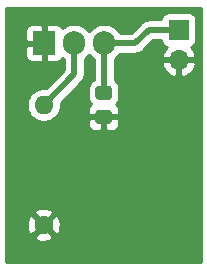
<source format=gbr>
G04 #@! TF.GenerationSoftware,KiCad,Pcbnew,(5.1.5)-3*
G04 #@! TF.CreationDate,2020-02-22T22:04:32-08:00*
G04 #@! TF.ProjectId,BWTHrev2,42575448-7265-4763-922e-6b696361645f,rev?*
G04 #@! TF.SameCoordinates,Original*
G04 #@! TF.FileFunction,Copper,L1,Top*
G04 #@! TF.FilePolarity,Positive*
%FSLAX46Y46*%
G04 Gerber Fmt 4.6, Leading zero omitted, Abs format (unit mm)*
G04 Created by KiCad (PCBNEW (5.1.5)-3) date 2020-02-22 22:04:32*
%MOMM*%
%LPD*%
G04 APERTURE LIST*
%ADD10C,0.100000*%
%ADD11R,1.700000X1.700000*%
%ADD12O,1.700000X1.700000*%
%ADD13C,1.600000*%
%ADD14O,1.600000X1.600000*%
%ADD15R,1.905000X2.000000*%
%ADD16O,1.905000X2.000000*%
%ADD17C,0.500000*%
%ADD18C,0.254000*%
G04 APERTURE END LIST*
G04 #@! TA.AperFunction,SMDPad,CuDef*
D10*
G36*
X156684505Y-110161204D02*
G01*
X156708773Y-110164804D01*
X156732572Y-110170765D01*
X156755671Y-110179030D01*
X156777850Y-110189520D01*
X156798893Y-110202132D01*
X156818599Y-110216747D01*
X156836777Y-110233223D01*
X156853253Y-110251401D01*
X156867868Y-110271107D01*
X156880480Y-110292150D01*
X156890970Y-110314329D01*
X156899235Y-110337428D01*
X156905196Y-110361227D01*
X156908796Y-110385495D01*
X156910000Y-110409999D01*
X156910000Y-111060001D01*
X156908796Y-111084505D01*
X156905196Y-111108773D01*
X156899235Y-111132572D01*
X156890970Y-111155671D01*
X156880480Y-111177850D01*
X156867868Y-111198893D01*
X156853253Y-111218599D01*
X156836777Y-111236777D01*
X156818599Y-111253253D01*
X156798893Y-111267868D01*
X156777850Y-111280480D01*
X156755671Y-111290970D01*
X156732572Y-111299235D01*
X156708773Y-111305196D01*
X156684505Y-111308796D01*
X156660001Y-111310000D01*
X155759999Y-111310000D01*
X155735495Y-111308796D01*
X155711227Y-111305196D01*
X155687428Y-111299235D01*
X155664329Y-111290970D01*
X155642150Y-111280480D01*
X155621107Y-111267868D01*
X155601401Y-111253253D01*
X155583223Y-111236777D01*
X155566747Y-111218599D01*
X155552132Y-111198893D01*
X155539520Y-111177850D01*
X155529030Y-111155671D01*
X155520765Y-111132572D01*
X155514804Y-111108773D01*
X155511204Y-111084505D01*
X155510000Y-111060001D01*
X155510000Y-110409999D01*
X155511204Y-110385495D01*
X155514804Y-110361227D01*
X155520765Y-110337428D01*
X155529030Y-110314329D01*
X155539520Y-110292150D01*
X155552132Y-110271107D01*
X155566747Y-110251401D01*
X155583223Y-110233223D01*
X155601401Y-110216747D01*
X155621107Y-110202132D01*
X155642150Y-110189520D01*
X155664329Y-110179030D01*
X155687428Y-110170765D01*
X155711227Y-110164804D01*
X155735495Y-110161204D01*
X155759999Y-110160000D01*
X156660001Y-110160000D01*
X156684505Y-110161204D01*
G37*
G04 #@! TD.AperFunction*
G04 #@! TA.AperFunction,SMDPad,CuDef*
G36*
X156684505Y-112211204D02*
G01*
X156708773Y-112214804D01*
X156732572Y-112220765D01*
X156755671Y-112229030D01*
X156777850Y-112239520D01*
X156798893Y-112252132D01*
X156818599Y-112266747D01*
X156836777Y-112283223D01*
X156853253Y-112301401D01*
X156867868Y-112321107D01*
X156880480Y-112342150D01*
X156890970Y-112364329D01*
X156899235Y-112387428D01*
X156905196Y-112411227D01*
X156908796Y-112435495D01*
X156910000Y-112459999D01*
X156910000Y-113110001D01*
X156908796Y-113134505D01*
X156905196Y-113158773D01*
X156899235Y-113182572D01*
X156890970Y-113205671D01*
X156880480Y-113227850D01*
X156867868Y-113248893D01*
X156853253Y-113268599D01*
X156836777Y-113286777D01*
X156818599Y-113303253D01*
X156798893Y-113317868D01*
X156777850Y-113330480D01*
X156755671Y-113340970D01*
X156732572Y-113349235D01*
X156708773Y-113355196D01*
X156684505Y-113358796D01*
X156660001Y-113360000D01*
X155759999Y-113360000D01*
X155735495Y-113358796D01*
X155711227Y-113355196D01*
X155687428Y-113349235D01*
X155664329Y-113340970D01*
X155642150Y-113330480D01*
X155621107Y-113317868D01*
X155601401Y-113303253D01*
X155583223Y-113286777D01*
X155566747Y-113268599D01*
X155552132Y-113248893D01*
X155539520Y-113227850D01*
X155529030Y-113205671D01*
X155520765Y-113182572D01*
X155514804Y-113158773D01*
X155511204Y-113134505D01*
X155510000Y-113110001D01*
X155510000Y-112459999D01*
X155511204Y-112435495D01*
X155514804Y-112411227D01*
X155520765Y-112387428D01*
X155529030Y-112364329D01*
X155539520Y-112342150D01*
X155552132Y-112321107D01*
X155566747Y-112301401D01*
X155583223Y-112283223D01*
X155601401Y-112266747D01*
X155621107Y-112252132D01*
X155642150Y-112239520D01*
X155664329Y-112229030D01*
X155687428Y-112220765D01*
X155711227Y-112214804D01*
X155735495Y-112211204D01*
X155759999Y-112210000D01*
X156660001Y-112210000D01*
X156684505Y-112211204D01*
G37*
G04 #@! TD.AperFunction*
D11*
X162560000Y-105410000D03*
D12*
X162560000Y-107950000D03*
D13*
X151130000Y-121920000D03*
D14*
X151130000Y-111760000D03*
D15*
X151165001Y-106535001D03*
D16*
X153705001Y-106535001D03*
X156245001Y-106535001D03*
D17*
X156245001Y-106535001D02*
X158894999Y-106535001D01*
X160020000Y-105410000D02*
X162560000Y-105410000D01*
X158894999Y-106535001D02*
X160020000Y-105410000D01*
X156245001Y-106535001D02*
X156245001Y-110699999D01*
X156245001Y-110699999D02*
X156210000Y-110735000D01*
X153705001Y-106535001D02*
X153705001Y-109184999D01*
X153705001Y-109184999D02*
X151130000Y-111760000D01*
D18*
G36*
X164440001Y-125070000D02*
G01*
X147980000Y-125070000D01*
X147980000Y-122912702D01*
X150316903Y-122912702D01*
X150388486Y-123156671D01*
X150643996Y-123277571D01*
X150918184Y-123346300D01*
X151200512Y-123360217D01*
X151480130Y-123318787D01*
X151746292Y-123223603D01*
X151871514Y-123156671D01*
X151943097Y-122912702D01*
X151130000Y-122099605D01*
X150316903Y-122912702D01*
X147980000Y-122912702D01*
X147980000Y-121990512D01*
X149689783Y-121990512D01*
X149731213Y-122270130D01*
X149826397Y-122536292D01*
X149893329Y-122661514D01*
X150137298Y-122733097D01*
X150950395Y-121920000D01*
X151309605Y-121920000D01*
X152122702Y-122733097D01*
X152366671Y-122661514D01*
X152487571Y-122406004D01*
X152556300Y-122131816D01*
X152570217Y-121849488D01*
X152528787Y-121569870D01*
X152433603Y-121303708D01*
X152366671Y-121178486D01*
X152122702Y-121106903D01*
X151309605Y-121920000D01*
X150950395Y-121920000D01*
X150137298Y-121106903D01*
X149893329Y-121178486D01*
X149772429Y-121433996D01*
X149703700Y-121708184D01*
X149689783Y-121990512D01*
X147980000Y-121990512D01*
X147980000Y-120927298D01*
X150316903Y-120927298D01*
X151130000Y-121740395D01*
X151943097Y-120927298D01*
X151871514Y-120683329D01*
X151616004Y-120562429D01*
X151341816Y-120493700D01*
X151059488Y-120479783D01*
X150779870Y-120521213D01*
X150513708Y-120616397D01*
X150388486Y-120683329D01*
X150316903Y-120927298D01*
X147980000Y-120927298D01*
X147980000Y-113360000D01*
X154871928Y-113360000D01*
X154884188Y-113484482D01*
X154920498Y-113604180D01*
X154979463Y-113714494D01*
X155058815Y-113811185D01*
X155155506Y-113890537D01*
X155265820Y-113949502D01*
X155385518Y-113985812D01*
X155510000Y-113998072D01*
X155924250Y-113995000D01*
X156083000Y-113836250D01*
X156083000Y-112912000D01*
X156337000Y-112912000D01*
X156337000Y-113836250D01*
X156495750Y-113995000D01*
X156910000Y-113998072D01*
X157034482Y-113985812D01*
X157154180Y-113949502D01*
X157264494Y-113890537D01*
X157361185Y-113811185D01*
X157440537Y-113714494D01*
X157499502Y-113604180D01*
X157535812Y-113484482D01*
X157548072Y-113360000D01*
X157545000Y-113070750D01*
X157386250Y-112912000D01*
X156337000Y-112912000D01*
X156083000Y-112912000D01*
X155033750Y-112912000D01*
X154875000Y-113070750D01*
X154871928Y-113360000D01*
X147980000Y-113360000D01*
X147980000Y-111618665D01*
X149695000Y-111618665D01*
X149695000Y-111901335D01*
X149750147Y-112178574D01*
X149858320Y-112439727D01*
X150015363Y-112674759D01*
X150215241Y-112874637D01*
X150450273Y-113031680D01*
X150711426Y-113139853D01*
X150988665Y-113195000D01*
X151271335Y-113195000D01*
X151548574Y-113139853D01*
X151809727Y-113031680D01*
X152044759Y-112874637D01*
X152244637Y-112674759D01*
X152401680Y-112439727D01*
X152509853Y-112178574D01*
X152565000Y-111901335D01*
X152565000Y-111618665D01*
X152558017Y-111583561D01*
X154300050Y-109841529D01*
X154333818Y-109813816D01*
X154444412Y-109679058D01*
X154526590Y-109525312D01*
X154577196Y-109358489D01*
X154590001Y-109228476D01*
X154590001Y-109228466D01*
X154594282Y-109185000D01*
X154590001Y-109141534D01*
X154590001Y-107909506D01*
X154591236Y-107908846D01*
X154832964Y-107710464D01*
X154975001Y-107537392D01*
X155117038Y-107710464D01*
X155358767Y-107908846D01*
X155360001Y-107909506D01*
X155360002Y-109621677D01*
X155266613Y-109671595D01*
X155132038Y-109782038D01*
X155021595Y-109916613D01*
X154939528Y-110070149D01*
X154888992Y-110236745D01*
X154871928Y-110409999D01*
X154871928Y-111060001D01*
X154888992Y-111233255D01*
X154939528Y-111399851D01*
X155021595Y-111553387D01*
X155132038Y-111687962D01*
X155138594Y-111693342D01*
X155058815Y-111758815D01*
X154979463Y-111855506D01*
X154920498Y-111965820D01*
X154884188Y-112085518D01*
X154871928Y-112210000D01*
X154875000Y-112499250D01*
X155033750Y-112658000D01*
X156083000Y-112658000D01*
X156083000Y-112638000D01*
X156337000Y-112638000D01*
X156337000Y-112658000D01*
X157386250Y-112658000D01*
X157545000Y-112499250D01*
X157548072Y-112210000D01*
X157535812Y-112085518D01*
X157499502Y-111965820D01*
X157440537Y-111855506D01*
X157361185Y-111758815D01*
X157281406Y-111693342D01*
X157287962Y-111687962D01*
X157398405Y-111553387D01*
X157480472Y-111399851D01*
X157531008Y-111233255D01*
X157548072Y-111060001D01*
X157548072Y-110409999D01*
X157531008Y-110236745D01*
X157480472Y-110070149D01*
X157398405Y-109916613D01*
X157287962Y-109782038D01*
X157153387Y-109671595D01*
X157130001Y-109659095D01*
X157130001Y-108306890D01*
X161118524Y-108306890D01*
X161163175Y-108454099D01*
X161288359Y-108716920D01*
X161462412Y-108950269D01*
X161678645Y-109145178D01*
X161928748Y-109294157D01*
X162203109Y-109391481D01*
X162433000Y-109270814D01*
X162433000Y-108077000D01*
X162687000Y-108077000D01*
X162687000Y-109270814D01*
X162916891Y-109391481D01*
X163191252Y-109294157D01*
X163441355Y-109145178D01*
X163657588Y-108950269D01*
X163831641Y-108716920D01*
X163956825Y-108454099D01*
X164001476Y-108306890D01*
X163880155Y-108077000D01*
X162687000Y-108077000D01*
X162433000Y-108077000D01*
X161239845Y-108077000D01*
X161118524Y-108306890D01*
X157130001Y-108306890D01*
X157130001Y-107909506D01*
X157131236Y-107908846D01*
X157372964Y-107710464D01*
X157571346Y-107468735D01*
X157597395Y-107420001D01*
X158851530Y-107420001D01*
X158894999Y-107424282D01*
X158938468Y-107420001D01*
X158938476Y-107420001D01*
X159068489Y-107407196D01*
X159235312Y-107356590D01*
X159389058Y-107274412D01*
X159523816Y-107163818D01*
X159551533Y-107130045D01*
X160386579Y-106295000D01*
X161075375Y-106295000D01*
X161084188Y-106384482D01*
X161120498Y-106504180D01*
X161179463Y-106614494D01*
X161258815Y-106711185D01*
X161355506Y-106790537D01*
X161465820Y-106849502D01*
X161546466Y-106873966D01*
X161462412Y-106949731D01*
X161288359Y-107183080D01*
X161163175Y-107445901D01*
X161118524Y-107593110D01*
X161239845Y-107823000D01*
X162433000Y-107823000D01*
X162433000Y-107803000D01*
X162687000Y-107803000D01*
X162687000Y-107823000D01*
X163880155Y-107823000D01*
X164001476Y-107593110D01*
X163956825Y-107445901D01*
X163831641Y-107183080D01*
X163657588Y-106949731D01*
X163573534Y-106873966D01*
X163654180Y-106849502D01*
X163764494Y-106790537D01*
X163861185Y-106711185D01*
X163940537Y-106614494D01*
X163999502Y-106504180D01*
X164035812Y-106384482D01*
X164048072Y-106260000D01*
X164048072Y-104560000D01*
X164035812Y-104435518D01*
X163999502Y-104315820D01*
X163940537Y-104205506D01*
X163861185Y-104108815D01*
X163764494Y-104029463D01*
X163654180Y-103970498D01*
X163534482Y-103934188D01*
X163410000Y-103921928D01*
X161710000Y-103921928D01*
X161585518Y-103934188D01*
X161465820Y-103970498D01*
X161355506Y-104029463D01*
X161258815Y-104108815D01*
X161179463Y-104205506D01*
X161120498Y-104315820D01*
X161084188Y-104435518D01*
X161075375Y-104525000D01*
X160063469Y-104525000D01*
X160020000Y-104520719D01*
X159976531Y-104525000D01*
X159976523Y-104525000D01*
X159846510Y-104537805D01*
X159679686Y-104588411D01*
X159525941Y-104670589D01*
X159424953Y-104753468D01*
X159424951Y-104753470D01*
X159391183Y-104781183D01*
X159363470Y-104814951D01*
X158528421Y-105650001D01*
X157597395Y-105650001D01*
X157571346Y-105601266D01*
X157372964Y-105359538D01*
X157131235Y-105161156D01*
X156855449Y-105013746D01*
X156556204Y-104922971D01*
X156245001Y-104892320D01*
X155933797Y-104922971D01*
X155634552Y-105013746D01*
X155358766Y-105161156D01*
X155117038Y-105359538D01*
X154975001Y-105532610D01*
X154832964Y-105359538D01*
X154591235Y-105161156D01*
X154315449Y-105013746D01*
X154016204Y-104922971D01*
X153705001Y-104892320D01*
X153393797Y-104922971D01*
X153094552Y-105013746D01*
X152818766Y-105161156D01*
X152692906Y-105264447D01*
X152648038Y-105180507D01*
X152568686Y-105083816D01*
X152471995Y-105004464D01*
X152361681Y-104945499D01*
X152241983Y-104909189D01*
X152117501Y-104896929D01*
X151450751Y-104900001D01*
X151292001Y-105058751D01*
X151292001Y-106408001D01*
X151312001Y-106408001D01*
X151312001Y-106662001D01*
X151292001Y-106662001D01*
X151292001Y-108011251D01*
X151450751Y-108170001D01*
X152117501Y-108173073D01*
X152241983Y-108160813D01*
X152361681Y-108124503D01*
X152471995Y-108065538D01*
X152568686Y-107986186D01*
X152648038Y-107889495D01*
X152692906Y-107805554D01*
X152818767Y-107908846D01*
X152820002Y-107909506D01*
X152820002Y-108818419D01*
X151306439Y-110331983D01*
X151271335Y-110325000D01*
X150988665Y-110325000D01*
X150711426Y-110380147D01*
X150450273Y-110488320D01*
X150215241Y-110645363D01*
X150015363Y-110845241D01*
X149858320Y-111080273D01*
X149750147Y-111341426D01*
X149695000Y-111618665D01*
X147980000Y-111618665D01*
X147980000Y-107535001D01*
X149574429Y-107535001D01*
X149586689Y-107659483D01*
X149622999Y-107779181D01*
X149681964Y-107889495D01*
X149761316Y-107986186D01*
X149858007Y-108065538D01*
X149968321Y-108124503D01*
X150088019Y-108160813D01*
X150212501Y-108173073D01*
X150879251Y-108170001D01*
X151038001Y-108011251D01*
X151038001Y-106662001D01*
X149736251Y-106662001D01*
X149577501Y-106820751D01*
X149574429Y-107535001D01*
X147980000Y-107535001D01*
X147980000Y-105535001D01*
X149574429Y-105535001D01*
X149577501Y-106249251D01*
X149736251Y-106408001D01*
X151038001Y-106408001D01*
X151038001Y-105058751D01*
X150879251Y-104900001D01*
X150212501Y-104896929D01*
X150088019Y-104909189D01*
X149968321Y-104945499D01*
X149858007Y-105004464D01*
X149761316Y-105083816D01*
X149681964Y-105180507D01*
X149622999Y-105290821D01*
X149586689Y-105410519D01*
X149574429Y-105535001D01*
X147980000Y-105535001D01*
X147980000Y-103530000D01*
X164440000Y-103530000D01*
X164440001Y-125070000D01*
G37*
X164440001Y-125070000D02*
X147980000Y-125070000D01*
X147980000Y-122912702D01*
X150316903Y-122912702D01*
X150388486Y-123156671D01*
X150643996Y-123277571D01*
X150918184Y-123346300D01*
X151200512Y-123360217D01*
X151480130Y-123318787D01*
X151746292Y-123223603D01*
X151871514Y-123156671D01*
X151943097Y-122912702D01*
X151130000Y-122099605D01*
X150316903Y-122912702D01*
X147980000Y-122912702D01*
X147980000Y-121990512D01*
X149689783Y-121990512D01*
X149731213Y-122270130D01*
X149826397Y-122536292D01*
X149893329Y-122661514D01*
X150137298Y-122733097D01*
X150950395Y-121920000D01*
X151309605Y-121920000D01*
X152122702Y-122733097D01*
X152366671Y-122661514D01*
X152487571Y-122406004D01*
X152556300Y-122131816D01*
X152570217Y-121849488D01*
X152528787Y-121569870D01*
X152433603Y-121303708D01*
X152366671Y-121178486D01*
X152122702Y-121106903D01*
X151309605Y-121920000D01*
X150950395Y-121920000D01*
X150137298Y-121106903D01*
X149893329Y-121178486D01*
X149772429Y-121433996D01*
X149703700Y-121708184D01*
X149689783Y-121990512D01*
X147980000Y-121990512D01*
X147980000Y-120927298D01*
X150316903Y-120927298D01*
X151130000Y-121740395D01*
X151943097Y-120927298D01*
X151871514Y-120683329D01*
X151616004Y-120562429D01*
X151341816Y-120493700D01*
X151059488Y-120479783D01*
X150779870Y-120521213D01*
X150513708Y-120616397D01*
X150388486Y-120683329D01*
X150316903Y-120927298D01*
X147980000Y-120927298D01*
X147980000Y-113360000D01*
X154871928Y-113360000D01*
X154884188Y-113484482D01*
X154920498Y-113604180D01*
X154979463Y-113714494D01*
X155058815Y-113811185D01*
X155155506Y-113890537D01*
X155265820Y-113949502D01*
X155385518Y-113985812D01*
X155510000Y-113998072D01*
X155924250Y-113995000D01*
X156083000Y-113836250D01*
X156083000Y-112912000D01*
X156337000Y-112912000D01*
X156337000Y-113836250D01*
X156495750Y-113995000D01*
X156910000Y-113998072D01*
X157034482Y-113985812D01*
X157154180Y-113949502D01*
X157264494Y-113890537D01*
X157361185Y-113811185D01*
X157440537Y-113714494D01*
X157499502Y-113604180D01*
X157535812Y-113484482D01*
X157548072Y-113360000D01*
X157545000Y-113070750D01*
X157386250Y-112912000D01*
X156337000Y-112912000D01*
X156083000Y-112912000D01*
X155033750Y-112912000D01*
X154875000Y-113070750D01*
X154871928Y-113360000D01*
X147980000Y-113360000D01*
X147980000Y-111618665D01*
X149695000Y-111618665D01*
X149695000Y-111901335D01*
X149750147Y-112178574D01*
X149858320Y-112439727D01*
X150015363Y-112674759D01*
X150215241Y-112874637D01*
X150450273Y-113031680D01*
X150711426Y-113139853D01*
X150988665Y-113195000D01*
X151271335Y-113195000D01*
X151548574Y-113139853D01*
X151809727Y-113031680D01*
X152044759Y-112874637D01*
X152244637Y-112674759D01*
X152401680Y-112439727D01*
X152509853Y-112178574D01*
X152565000Y-111901335D01*
X152565000Y-111618665D01*
X152558017Y-111583561D01*
X154300050Y-109841529D01*
X154333818Y-109813816D01*
X154444412Y-109679058D01*
X154526590Y-109525312D01*
X154577196Y-109358489D01*
X154590001Y-109228476D01*
X154590001Y-109228466D01*
X154594282Y-109185000D01*
X154590001Y-109141534D01*
X154590001Y-107909506D01*
X154591236Y-107908846D01*
X154832964Y-107710464D01*
X154975001Y-107537392D01*
X155117038Y-107710464D01*
X155358767Y-107908846D01*
X155360001Y-107909506D01*
X155360002Y-109621677D01*
X155266613Y-109671595D01*
X155132038Y-109782038D01*
X155021595Y-109916613D01*
X154939528Y-110070149D01*
X154888992Y-110236745D01*
X154871928Y-110409999D01*
X154871928Y-111060001D01*
X154888992Y-111233255D01*
X154939528Y-111399851D01*
X155021595Y-111553387D01*
X155132038Y-111687962D01*
X155138594Y-111693342D01*
X155058815Y-111758815D01*
X154979463Y-111855506D01*
X154920498Y-111965820D01*
X154884188Y-112085518D01*
X154871928Y-112210000D01*
X154875000Y-112499250D01*
X155033750Y-112658000D01*
X156083000Y-112658000D01*
X156083000Y-112638000D01*
X156337000Y-112638000D01*
X156337000Y-112658000D01*
X157386250Y-112658000D01*
X157545000Y-112499250D01*
X157548072Y-112210000D01*
X157535812Y-112085518D01*
X157499502Y-111965820D01*
X157440537Y-111855506D01*
X157361185Y-111758815D01*
X157281406Y-111693342D01*
X157287962Y-111687962D01*
X157398405Y-111553387D01*
X157480472Y-111399851D01*
X157531008Y-111233255D01*
X157548072Y-111060001D01*
X157548072Y-110409999D01*
X157531008Y-110236745D01*
X157480472Y-110070149D01*
X157398405Y-109916613D01*
X157287962Y-109782038D01*
X157153387Y-109671595D01*
X157130001Y-109659095D01*
X157130001Y-108306890D01*
X161118524Y-108306890D01*
X161163175Y-108454099D01*
X161288359Y-108716920D01*
X161462412Y-108950269D01*
X161678645Y-109145178D01*
X161928748Y-109294157D01*
X162203109Y-109391481D01*
X162433000Y-109270814D01*
X162433000Y-108077000D01*
X162687000Y-108077000D01*
X162687000Y-109270814D01*
X162916891Y-109391481D01*
X163191252Y-109294157D01*
X163441355Y-109145178D01*
X163657588Y-108950269D01*
X163831641Y-108716920D01*
X163956825Y-108454099D01*
X164001476Y-108306890D01*
X163880155Y-108077000D01*
X162687000Y-108077000D01*
X162433000Y-108077000D01*
X161239845Y-108077000D01*
X161118524Y-108306890D01*
X157130001Y-108306890D01*
X157130001Y-107909506D01*
X157131236Y-107908846D01*
X157372964Y-107710464D01*
X157571346Y-107468735D01*
X157597395Y-107420001D01*
X158851530Y-107420001D01*
X158894999Y-107424282D01*
X158938468Y-107420001D01*
X158938476Y-107420001D01*
X159068489Y-107407196D01*
X159235312Y-107356590D01*
X159389058Y-107274412D01*
X159523816Y-107163818D01*
X159551533Y-107130045D01*
X160386579Y-106295000D01*
X161075375Y-106295000D01*
X161084188Y-106384482D01*
X161120498Y-106504180D01*
X161179463Y-106614494D01*
X161258815Y-106711185D01*
X161355506Y-106790537D01*
X161465820Y-106849502D01*
X161546466Y-106873966D01*
X161462412Y-106949731D01*
X161288359Y-107183080D01*
X161163175Y-107445901D01*
X161118524Y-107593110D01*
X161239845Y-107823000D01*
X162433000Y-107823000D01*
X162433000Y-107803000D01*
X162687000Y-107803000D01*
X162687000Y-107823000D01*
X163880155Y-107823000D01*
X164001476Y-107593110D01*
X163956825Y-107445901D01*
X163831641Y-107183080D01*
X163657588Y-106949731D01*
X163573534Y-106873966D01*
X163654180Y-106849502D01*
X163764494Y-106790537D01*
X163861185Y-106711185D01*
X163940537Y-106614494D01*
X163999502Y-106504180D01*
X164035812Y-106384482D01*
X164048072Y-106260000D01*
X164048072Y-104560000D01*
X164035812Y-104435518D01*
X163999502Y-104315820D01*
X163940537Y-104205506D01*
X163861185Y-104108815D01*
X163764494Y-104029463D01*
X163654180Y-103970498D01*
X163534482Y-103934188D01*
X163410000Y-103921928D01*
X161710000Y-103921928D01*
X161585518Y-103934188D01*
X161465820Y-103970498D01*
X161355506Y-104029463D01*
X161258815Y-104108815D01*
X161179463Y-104205506D01*
X161120498Y-104315820D01*
X161084188Y-104435518D01*
X161075375Y-104525000D01*
X160063469Y-104525000D01*
X160020000Y-104520719D01*
X159976531Y-104525000D01*
X159976523Y-104525000D01*
X159846510Y-104537805D01*
X159679686Y-104588411D01*
X159525941Y-104670589D01*
X159424953Y-104753468D01*
X159424951Y-104753470D01*
X159391183Y-104781183D01*
X159363470Y-104814951D01*
X158528421Y-105650001D01*
X157597395Y-105650001D01*
X157571346Y-105601266D01*
X157372964Y-105359538D01*
X157131235Y-105161156D01*
X156855449Y-105013746D01*
X156556204Y-104922971D01*
X156245001Y-104892320D01*
X155933797Y-104922971D01*
X155634552Y-105013746D01*
X155358766Y-105161156D01*
X155117038Y-105359538D01*
X154975001Y-105532610D01*
X154832964Y-105359538D01*
X154591235Y-105161156D01*
X154315449Y-105013746D01*
X154016204Y-104922971D01*
X153705001Y-104892320D01*
X153393797Y-104922971D01*
X153094552Y-105013746D01*
X152818766Y-105161156D01*
X152692906Y-105264447D01*
X152648038Y-105180507D01*
X152568686Y-105083816D01*
X152471995Y-105004464D01*
X152361681Y-104945499D01*
X152241983Y-104909189D01*
X152117501Y-104896929D01*
X151450751Y-104900001D01*
X151292001Y-105058751D01*
X151292001Y-106408001D01*
X151312001Y-106408001D01*
X151312001Y-106662001D01*
X151292001Y-106662001D01*
X151292001Y-108011251D01*
X151450751Y-108170001D01*
X152117501Y-108173073D01*
X152241983Y-108160813D01*
X152361681Y-108124503D01*
X152471995Y-108065538D01*
X152568686Y-107986186D01*
X152648038Y-107889495D01*
X152692906Y-107805554D01*
X152818767Y-107908846D01*
X152820002Y-107909506D01*
X152820002Y-108818419D01*
X151306439Y-110331983D01*
X151271335Y-110325000D01*
X150988665Y-110325000D01*
X150711426Y-110380147D01*
X150450273Y-110488320D01*
X150215241Y-110645363D01*
X150015363Y-110845241D01*
X149858320Y-111080273D01*
X149750147Y-111341426D01*
X149695000Y-111618665D01*
X147980000Y-111618665D01*
X147980000Y-107535001D01*
X149574429Y-107535001D01*
X149586689Y-107659483D01*
X149622999Y-107779181D01*
X149681964Y-107889495D01*
X149761316Y-107986186D01*
X149858007Y-108065538D01*
X149968321Y-108124503D01*
X150088019Y-108160813D01*
X150212501Y-108173073D01*
X150879251Y-108170001D01*
X151038001Y-108011251D01*
X151038001Y-106662001D01*
X149736251Y-106662001D01*
X149577501Y-106820751D01*
X149574429Y-107535001D01*
X147980000Y-107535001D01*
X147980000Y-105535001D01*
X149574429Y-105535001D01*
X149577501Y-106249251D01*
X149736251Y-106408001D01*
X151038001Y-106408001D01*
X151038001Y-105058751D01*
X150879251Y-104900001D01*
X150212501Y-104896929D01*
X150088019Y-104909189D01*
X149968321Y-104945499D01*
X149858007Y-105004464D01*
X149761316Y-105083816D01*
X149681964Y-105180507D01*
X149622999Y-105290821D01*
X149586689Y-105410519D01*
X149574429Y-105535001D01*
X147980000Y-105535001D01*
X147980000Y-103530000D01*
X164440000Y-103530000D01*
X164440001Y-125070000D01*
M02*

</source>
